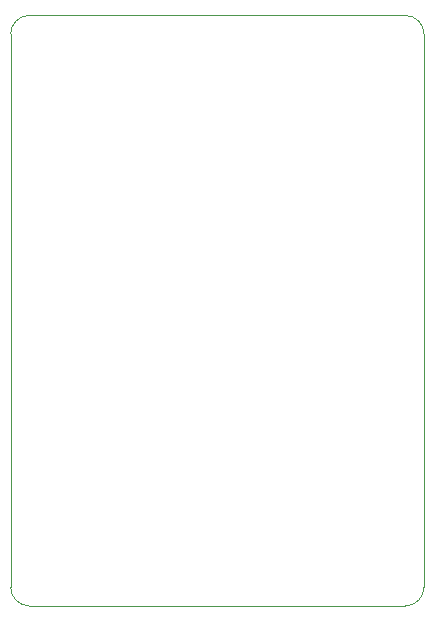
<source format=gm1>
G04 #@! TF.GenerationSoftware,KiCad,Pcbnew,(5.1.10)-1*
G04 #@! TF.CreationDate,2021-08-17T09:51:17-04:00*
G04 #@! TF.ProjectId,milkcrate,6d696c6b-6372-4617-9465-2e6b69636164,rev?*
G04 #@! TF.SameCoordinates,Original*
G04 #@! TF.FileFunction,Profile,NP*
%FSLAX46Y46*%
G04 Gerber Fmt 4.6, Leading zero omitted, Abs format (unit mm)*
G04 Created by KiCad (PCBNEW (5.1.10)-1) date 2021-08-17 09:51:17*
%MOMM*%
%LPD*%
G01*
G04 APERTURE LIST*
G04 #@! TA.AperFunction,Profile*
%ADD10C,0.050000*%
G04 #@! TD*
G04 APERTURE END LIST*
D10*
X150050500Y-23418800D02*
X118231000Y-23418800D01*
X118231250Y-73418700D02*
X150050500Y-73418700D01*
X151638000Y-25006300D02*
X151638000Y-71831200D01*
X116643500Y-25003800D02*
X116643500Y-71831200D01*
X118231250Y-73418700D02*
G75*
G02*
X116643750Y-71831200I0J1587500D01*
G01*
X151638000Y-71831200D02*
G75*
G02*
X150050500Y-73418700I-1587500J0D01*
G01*
X150050500Y-23418800D02*
G75*
G02*
X151638000Y-25006300I0J-1587500D01*
G01*
X116643500Y-25003800D02*
G75*
G02*
X118231000Y-23416300I1587500J0D01*
G01*
M02*

</source>
